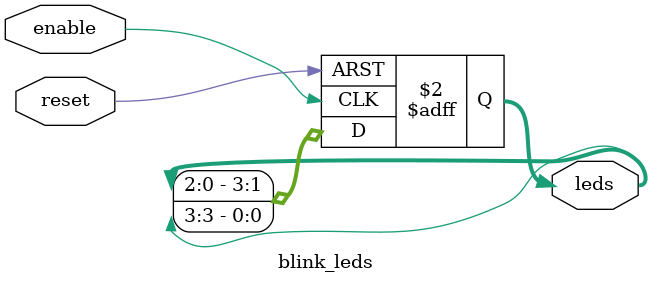
<source format=v>
module blink_leds(input   wire reset,
                  input   wire enable, 
                  output  reg [3:0] leds);
//blinks leds in clockwise pattern

always @(posedge reset, posedge enable) begin
  if (reset) 
    leds <= 4'b0001;
  else if (enable) 
    leds <= {leds[2:0], leds[3]};
end
endmodule

</source>
